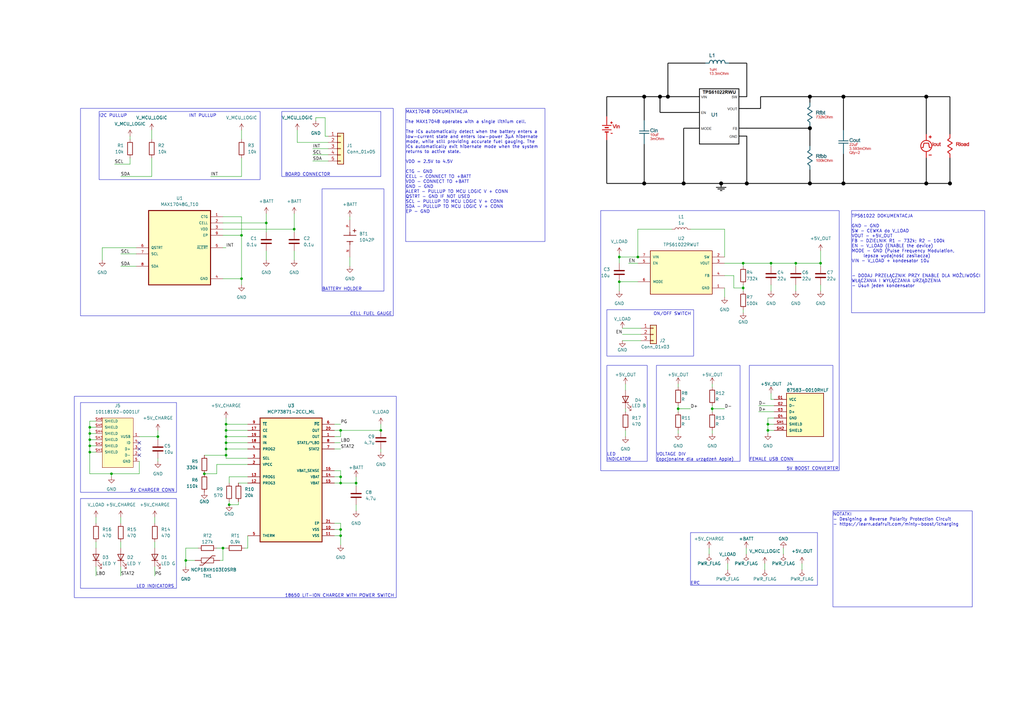
<source format=kicad_sch>
(kicad_sch (version 20230121) (generator eeschema)
  (paper "A3")
  (title_block (title "Zasilacz dla urządzeń mobilnych") (date "19.04.2025") (company "Szymon Gogulski"))
  (lib_symbols
    (symbol "10118192-0001LF:10118192-0001LF" (pin_names (offset 1.016))
      (property "Reference" "J" (at -5.0862 10.681 0))
      (property "Value" "10118192-0001LF" (at -5.0882 -12.7205 0))
      (symbol "10118192-0001LF_0_0"
        (pin passive line (at -6.35 -2.54 0) (length 2.54) (name "VUSB") (number "1"))
        (pin passive line (at -6.35 5.08 0) (length 2.54) (name "D-") (number "2"))
        (pin passive line (at -6.35 2.54 0) (length 2.54) (name "D+") (number "3"))
        (pin passive line (at -6.35 0 0) (length 2.54) (name "ID") (number "4"))
        (pin passive line (at -6.35 7.62 0) (length 2.54) (name "GND") (number "5"))
        (pin passive line (at 11.43 3.81 180) (length 2.54) (name "SHIELD") (number "SH1"))
        (pin passive line (at 11.43 1.27 180) (length 2.54) (name "SHIELD") (number "SH2"))
        (pin passive line (at 11.43 -1.27 180) (length 2.54) (name "SHIELD") (number "SH3"))
        (pin passive line (at 11.43 -3.81 180) (length 2.54) (name "SHIELD") (number "SH4"))
        (pin passive line (at 11.43 -6.35 180) (length 2.54) (name "SHIELD") (number "SH5"))
        (pin passive line (at 11.43 -8.89 180) (length 2.54) (name "SHIELD") (number "SH6"))
      )
    )
    (symbol "1042P:1042P" (pin_names (offset 1.016))
      (property "Reference" "BT" (at -3.81 3.81 0))
      (property "Value" "1042P" (at -3.81 -5.08 0))
      (symbol "1042P_0_0"
        (pin passive line (at 7.62 0 180) (length 5.08) (name "~") (number "N"))
        (pin passive line (at -7.62 0 0) (length 5.08) (name "~") (number "P"))
      )
    )
    (symbol "87583-0010RHLF:87583-0010RHLF" (pin_names (offset 1.016))
      (property "Reference" "J" (at -7.62 8.382 0))
      (property "Value" "87583-0010RHLF" (at -8.89 -12.7 0))
      (symbol "87583-0010RHLF_0_0"
        (pin power_in line (at -12.7 5.08 0) (length 5.08) (name "VCC") (number "01"))
        (pin bidirectional line (at -12.7 2.54 0) (length 5.08) (name "D-") (number "02"))
        (pin bidirectional line (at -12.7 0 0) (length 5.08) (name "D+") (number "03"))
        (pin power_in line (at -12.7 -2.54 0) (length 5.08) (name "GND") (number "04"))
        (pin passive line (at -12.7 -5.08 0) (length 5.08) (name "SHIELD") (number "SH1"))
        (pin passive line (at -12.7 -7.62 0) (length 5.08) (name "SHIELD") (number "SH2"))
      )
    )
    (symbol "Connector_Generic:Conn_01x03" (pin_names (offset 1.016) hide)
      (property "Reference" "J" (at 0 5.08 0))
      (property "Value" "Conn_01x03" (at 0 -5.08 0))
      (symbol "Conn_01x03_1_1"
        (pin passive line (at -5.08 2.54 0) (length 3.81) (name "Pin_1") (number "1"))
        (pin passive line (at -5.08 0 0) (length 3.81) (name "Pin_2") (number "2"))
        (pin passive line (at -5.08 -2.54 0) (length 3.81) (name "Pin_3") (number "3"))
      )
    )
    (symbol "Connector_Generic:Conn_01x05" (pin_names (offset 1.016) hide)
      (property "Reference" "J" (at 0 7.62 0))
      (property "Value" "Conn_01x05" (at 0 -7.62 0))
      (symbol "Conn_01x05_1_1"
        (pin passive line (at -5.08 5.08 0) (length 3.81) (name "Pin_1") (number "1"))
        (pin passive line (at -5.08 2.54 0) (length 3.81) (name "Pin_2") (number "2"))
        (pin passive line (at -5.08 0 0) (length 3.81) (name "Pin_3") (number "3"))
        (pin passive line (at -5.08 -2.54 0) (length 3.81) (name "Pin_4") (number "4"))
        (pin passive line (at -5.08 -5.08 0) (length 3.81) (name "Pin_5") (number "5"))
      )
    )
    (symbol "Device:C" (pin_numbers hide) (pin_names (offset 0.254))
      (property "Reference" "C" (at 0.635 2.54 0))
      (property "Value" "C" (at 0.635 -2.54 0))
      (symbol "C_1_1"
        (pin passive line (at 0 3.81 270) (length 2.794) (name "~") (number "1"))
        (pin passive line (at 0 -3.81 90) (length 2.794) (name "~") (number "2"))
      )
    )
    (symbol "Device:L" (pin_numbers hide) (pin_names (offset 1.016) hide)
      (property "Reference" "L" (at -1.27 0 90))
      (property "Value" "L" (at 1.905 0 90))
      (symbol "L_1_1"
        (pin passive line (at 0 3.81 270) (length 1.27) (name "1") (number "1"))
        (pin passive line (at 0 -3.81 90) (length 1.27) (name "2") (number "2"))
      )
    )
    (symbol "Device:LED" (pin_numbers hide) (pin_names (offset 1.016) hide)
      (property "Reference" "D" (at 0 2.54 0))
      (property "Value" "LED" (at 0 -2.54 0))
      (symbol "LED_1_1"
        (pin passive line (at -3.81 0 0) (length 2.54) (name "K") (number "1"))
        (pin passive line (at 3.81 0 180) (length 2.54) (name "A") (number "2"))
      )
    )
    (symbol "Device:R" (pin_numbers hide) (pin_names (offset 0))
      (property "Reference" "R" (at 2.032 0 90))
      (property "Value" "R" (at 0 0 90))
      (symbol "R_1_1"
        (pin passive line (at 0 3.81 270) (length 1.27) (name "~") (number "1"))
        (pin passive line (at 0 -3.81 90) (length 1.27) (name "~") (number "2"))
      )
    )
    (symbol "Device:Thermistor" (pin_numbers hide) (pin_names (offset 0))
      (property "Reference" "TH" (at 2.54 1.27 90))
      (property "Value" "Thermistor" (at -2.54 0 90))
      (symbol "Thermistor_1_1"
        (pin passive line (at 0 5.08 270) (length 2.54) (name "~") (number "1"))
        (pin passive line (at 0 -5.08 90) (length 2.54) (name "~") (number "2"))
      )
    )
    (symbol "MAX17048G+T10:MAX17048G_T10" (pin_names (offset 1.016))
      (property "Reference" "U" (at -12.7 16.24 0))
      (property "Value" "MAX17048G_T10" (at -12.7 -19.24 0))
      (symbol "MAX17048G_T10_0_0"
        (pin power_in line (at 17.78 12.7 180) (length 5.08) (name "CTG") (number "1"))
        (pin power_in line (at 17.78 10.16 180) (length 5.08) (name "CELL") (number "2"))
        (pin power_in line (at 17.78 7.62 180) (length 5.08) (name "VDD") (number "3"))
        (pin power_in line (at 17.78 -12.7 180) (length 5.08) (name "GND") (number "4"))
        (pin output line (at 17.78 0 180) (length 5.08) (name "~{ALERT}") (number "5"))
        (pin input line (at -17.78 0 0) (length 5.08) (name "QSTRT") (number "6"))
        (pin input line (at -17.78 -2.54 0) (length 5.08) (name "SCL") (number "7"))
        (pin bidirectional line (at -17.78 -7.62 0) (length 5.08) (name "SDA") (number "8"))
        (pin power_in line (at 17.78 5.08 180) (length 5.08) (name "EP") (number "9"))
      )
    )
    (symbol "MCP73871-2CCI/ML:MCP73871-2CCI_ML" (pin_names (offset 1.016))
      (property "Reference" "U" (at -12.7 26.4 0))
      (property "Value" "MCP73871-2CCI_ML" (at -12.7 -29.4 0))
      (symbol "MCP73871-2CCI_ML_0_0"
        (pin power_in line (at 17.78 -20.32 180) (length 5.08) (name "VSS") (number "10"))
        (pin power_in line (at 17.78 -22.86 180) (length 5.08) (name "VSS") (number "11"))
        (pin bidirectional line (at -17.78 -1.27 0) (length 5.08) (name "PROG3") (number "12"))
        (pin bidirectional line (at -17.78 1.27 0) (length 5.08) (name "PROG1") (number "13"))
        (pin bidirectional line (at 17.78 1.27 180) (length 5.08) (name "VBAT") (number "14"))
        (pin bidirectional line (at 17.78 -1.27 180) (length 5.08) (name "VBAT") (number "15"))
        (pin bidirectional line (at 17.78 3.81 180) (length 5.08) (name "VBAT_SENSE") (number "16"))
        (pin input line (at -17.78 20.32 0) (length 5.08) (name "CE") (number "17"))
        (pin input line (at -17.78 15.24 0) (length 5.08) (name "IN") (number "18"))
        (pin input line (at -17.78 17.78 0) (length 5.08) (name "IN") (number "19"))
        (pin input line (at -17.78 6.35 0) (length 5.08) (name "VPCC") (number "2"))
        (pin bidirectional line (at 17.78 -17.78 180) (length 5.08) (name "EP") (number "21"))
        (pin input line (at -17.78 8.89 0) (length 5.08) (name "SEL") (number "3"))
        (pin input line (at -17.78 12.7 0) (length 5.08) (name "PROG2") (number "4"))
        (pin bidirectional line (at -17.78 -22.86 0) (length 5.08) (name "THERM") (number "5"))
        (pin output line (at 17.78 22.86 180) (length 5.08) (name "~{PG}") (number "6"))
        (pin output line (at 17.78 12.7 180) (length 5.08) (name "STAT2") (number "7"))
        (pin output line (at 17.78 15.24 180) (length 5.08) (name "STAT1/*LBO") (number "8"))
        (pin input line (at -17.78 22.86 0) (length 5.08) (name "~{TE}") (number "9"))
      )
      (symbol "MCP73871-2CCI_ML_1_0"
        (pin passive line (at 17.78 17.78 180) (length 5.08) (name "OUT") (number "1"))
        (pin passive line (at 17.78 20.32 180) (length 5.08) (name "OUT") (number "20"))
      )
    )
    (symbol "TPS61022RWUT:TPS61022RWUT" (pin_names (offset 1.016))
      (property "Reference" "U" (at -12.446 10.922 0))
      (property "Value" "TPS61022RWUT" (at -12.7 -10.16 0))
      (symbol "TPS61022RWUT_0_0"
        (pin power_in line (at 17.78 -5.08 180) (length 5.08) (name "GND") (number "1"))
        (pin power_in line (at 17.78 5.08 180) (length 5.08) (name "VOUT") (number "3"))
        (pin input line (at 17.78 0 180) (length 5.08) (name "FB") (number "4"))
        (pin input line (at -17.78 5.08 0) (length 5.08) (name "EN") (number "5"))
        (pin input line (at -17.78 -2.54 0) (length 5.08) (name "MODE") (number "6"))
        (pin input line (at -17.78 7.62 0) (length 5.08) (name "VIN") (number "7"))
      )
      (symbol "TPS61022RWUT_1_0"
        (pin passive line (at 17.78 7.62 180) (length 5.08) (name "SW") (number "2"))
      )
    )
    (symbol "power:+BATT" (power) (pin_names (offset 0))
      (property "Value" "+BATT" (at 0 3.556 0))
      (symbol "+BATT_1_1"
        (pin power_in line (at 0 0 90) (length 0) hide (name "+BATT") (number "1"))
      )
    )
    (symbol "power:GND" (power) (pin_names (offset 0))
      (property "Value" "GND" (at 0 -3.81 0))
      (symbol "GND_1_1"
        (pin power_in line (at 0 0 270) (length 0) hide (name "GND") (number "1"))
      )
    )
    (symbol "power:PWR_FLAG" (power) (pin_numbers hide) (pin_names (offset 0) hide)
      (property "Value" "PWR_FLAG" (at 0 3.81 0))
      (symbol "PWR_FLAG_0_0"
        (pin power_out line (at 0 0 90) (length 0) (name "pwr") (number "1"))
      )
    )
    (symbol "pwr_symbols:+5V_CHARGE" (power) (in_bom no) (on_board no)
      (property "Value" "+5V_CHARGE" (at 0 0 0))
      (symbol "+5V_CHARGE_1_1"
        (pin power_in line (at 0 0 90) (length 0) hide (name "+5V_CHARGE") (number "1"))
      )
    )
    (symbol "pwr_symbols:+5V_OUT" (power) (in_bom no) (on_board no)
      (property "Value" "+5V_OUT" (at 0 0 0))
      (symbol "+5V_OUT_1_1"
        (pin power_in line (at 0 0 90) (length 0) hide (name "+5V_OUT") (number "1"))
      )
    )
    (symbol "pwr_symbols:V_LOAD" (power) (in_bom no) (on_board no)
      (property "Value" "V_LOAD" (at 0 0 0))
      (symbol "V_LOAD_1_1"
        (pin power_in line (at 0 0 90) (length 0) hide (name "V_LOAD") (number "1"))
      )
    )
    (symbol "pwr_symbols:V_MCU_LOGIC" (power) (in_bom no) (on_board no)
      (property "Value" "V_MCU_LOGIC" (at 0 0 0))
      (symbol "V_MCU_LOGIC_1_1"
        (pin power_in line (at 0 0 90) (length 0) hide (name "V_MCU_LOGIC") (number "1"))
      )
    )
  )
  (junction (at 92.71 179.07))
  (junction (at 36.83 182.88))
  (junction (at 45.72 194.31))
  (junction (at 139.7 219.71))
  (junction (at 261.62 105.41))
  (junction (at 278.13 167.64))
  (junction (at 109.22 91.44))
  (junction (at 304.8 107.95))
  (junction (at 92.71 186.69))
  (junction (at 120.65 93.98))
  (junction (at 36.83 180.34))
  (junction (at 92.71 173.99))
  (junction (at 336.55 107.95))
  (junction (at 139.7 176.53))
  (junction (at 76.2 229.87))
  (junction (at 92.71 181.61))
  (junction (at 91.44 224.79))
  (junction (at 64.77 179.07))
  (junction (at 139.7 195.58))
  (junction (at 99.06 96.52))
  (junction (at 254 105.41))
  (junction (at 139.7 198.12))
  (junction (at 314.96 176.53))
  (junction (at 93.98 207.01))
  (junction (at 36.83 185.42))
  (junction (at 36.83 175.26))
  (junction (at 139.7 217.17))
  (junction (at 326.39 107.95))
  (junction (at 156.21 176.53))
  (junction (at 83.82 194.31))
  (junction (at 92.71 176.53))
  (junction (at 146.05 198.12))
  (junction (at 92.71 184.15))
  (junction (at 254 115.57))
  (junction (at 316.23 107.95))
  (junction (at 314.96 173.99))
  (junction (at 99.06 114.3))
  (junction (at 36.83 177.8))
  (junction (at 304.8 118.11))
  (junction (at 292.1 167.64))
  (no_connect (at 57.15 186.69))
  (no_connect (at 57.15 184.15))
  (no_connect (at 57.15 181.61))
  (wire (pts (xy 137.16 214.63) (xy 139.7 214.63)))
  (wire (pts (xy 255.27 137.16) (xy 262.89 137.16)))
  (wire (pts (xy 326.39 107.95) (xy 316.23 107.95)))
  (wire (pts (xy 62.23 53.34) (xy 62.23 57.15)))
  (wire (pts (xy 97.79 198.12) (xy 101.6 198.12)))
  (wire (pts (xy 88.9 194.31) (xy 88.9 190.5)))
  (wire (pts (xy 255.27 134.62) (xy 262.89 134.62)))
  (wire (pts (xy 128.27 63.5) (xy 134.62 63.5)))
  (wire (pts (xy 41.91 106.68) (xy 41.91 101.6)))
  (wire (pts (xy 99.06 96.52) (xy 99.06 114.3)))
  (wire (pts (xy 137.16 198.12) (xy 139.7 198.12)))
  (wire (pts (xy 64.77 179.07) (xy 64.77 180.34)))
  (wire (pts (xy 92.71 181.61) (xy 92.71 184.15)))
  (wire (pts (xy 326.39 109.22) (xy 326.39 107.95)))
  (wire (pts (xy 57.15 179.07) (xy 64.77 179.07)))
  (wire (pts (xy 133.35 48.26) (xy 129.54 48.26)))
  (wire (pts (xy 91.44 88.9) (xy 99.06 88.9)))
  (wire (pts (xy 91.44 96.52) (xy 99.06 96.52)))
  (wire (pts (xy 36.83 172.72) (xy 39.37 172.72)))
  (wire (pts (xy 278.13 167.64) (xy 278.13 168.91)))
  (wire (pts (xy 304.8 127) (xy 304.8 128.27)))
  (wire (pts (xy 120.65 102.87) (xy 120.65 106.68)))
  (wire (pts (xy 278.13 157.48) (xy 278.13 158.75)))
  (wire (pts (xy 39.37 232.41) (xy 39.37 236.22)))
  (wire (pts (xy 83.82 186.69) (xy 92.71 186.69)))
  (wire (pts (xy 255.27 139.7) (xy 262.89 139.7)))
  (wire (pts (xy 92.71 184.15) (xy 92.71 186.69)))
  (wire (pts (xy 63.5 212.09) (xy 63.5 214.63)))
  (wire (pts (xy 97.79 205.74) (xy 97.79 207.01)))
  (wire (pts (xy 36.83 182.88) (xy 39.37 182.88)))
  (wire (pts (xy 57.15 194.31) (xy 45.72 194.31)))
  (wire (pts (xy 137.16 181.61) (xy 139.7 181.61)))
  (wire (pts (xy 134.62 55.88) (xy 133.35 55.88)))
  (wire (pts (xy 336.55 116.84) (xy 336.55 119.38)))
  (wire (pts (xy 93.98 205.74) (xy 93.98 207.01)))
  (wire (pts (xy 109.22 91.44) (xy 109.22 95.25)))
  (wire (pts (xy 292.1 167.64) (xy 292.1 168.91)))
  (wire (pts (xy 297.18 118.11) (xy 297.18 121.92)))
  (wire (pts (xy 156.21 173.99) (xy 156.21 176.53)))
  (wire (pts (xy 36.83 177.8) (xy 36.83 175.26)))
  (wire (pts (xy 139.7 219.71) (xy 139.7 223.52)))
  (wire (pts (xy 139.7 195.58) (xy 139.7 198.12)))
  (wire (pts (xy 139.7 176.53) (xy 156.21 176.53)))
  (wire (pts (xy 53.34 67.31) (xy 53.34 64.77)))
  (wire (pts (xy 46.99 67.31) (xy 53.34 67.31)))
  (wire (pts (xy 101.6 224.79) (xy 101.6 219.71)))
  (wire (pts (xy 92.71 181.61) (xy 92.71 179.07)))
  (wire (pts (xy 36.83 175.26) (xy 36.83 172.72)))
  (wire (pts (xy 91.44 93.98) (xy 120.65 93.98)))
  (wire (pts (xy 328.93 231.14) (xy 328.93 233.68)))
  (wire (pts (xy 63.5 222.25) (xy 63.5 224.79)))
  (wire (pts (xy 36.83 194.31) (xy 36.83 185.42)))
  (wire (pts (xy 76.2 229.87) (xy 80.01 229.87)))
  (wire (pts (xy 297.18 107.95) (xy 304.8 107.95)))
  (wire (pts (xy 92.71 173.99) (xy 101.6 173.99)))
  (wire (pts (xy 64.77 187.96) (xy 64.77 189.23)))
  (wire (pts (xy 278.13 176.53) (xy 278.13 177.8)))
  (wire (pts (xy 128.27 60.96) (xy 134.62 60.96)))
  (wire (pts (xy 317.5 173.99) (xy 314.96 173.99)))
  (wire (pts (xy 146.05 207.01) (xy 146.05 209.55)))
  (wire (pts (xy 317.5 171.45) (xy 314.96 171.45)))
  (wire (pts (xy 64.77 176.53) (xy 64.77 179.07)))
  (wire (pts (xy 45.72 194.31) (xy 36.83 194.31)))
  (wire (pts (xy 137.16 173.99) (xy 139.7 173.99)))
  (wire (pts (xy 316.23 116.84) (xy 316.23 119.38)))
  (wire (pts (xy 36.83 177.8) (xy 39.37 177.8)))
  (wire (pts (xy 101.6 179.07) (xy 92.71 179.07)))
  (wire (pts (xy 257.81 107.95) (xy 261.62 107.95)))
  (wire (pts (xy 36.83 185.42) (xy 39.37 185.42)))
  (wire (pts (xy 62.23 72.39) (xy 62.23 64.77)))
  (wire (pts (xy 316.23 161.29) (xy 316.23 163.83)))
  (wire (pts (xy 314.96 171.45) (xy 314.96 173.99)))
  (wire (pts (xy 292.1 167.64) (xy 297.18 167.64)))
  (wire (pts (xy 137.16 195.58) (xy 139.7 195.58)))
  (wire (pts (xy 91.44 101.6) (xy 92.71 101.6)))
  (wire (pts (xy 133.35 55.88) (xy 133.35 48.26)))
  (wire (pts (xy 99.06 72.39) (xy 99.06 64.77)))
  (wire (pts (xy 313.69 231.14) (xy 313.69 233.68)))
  (wire (pts (xy 91.44 224.79) (xy 91.44 229.87)))
  (wire (pts (xy 254 105.41) (xy 261.62 105.41)))
  (wire (pts (xy 100.33 224.79) (xy 101.6 224.79)))
  (wire (pts (xy 36.83 182.88) (xy 36.83 180.34)))
  (wire (pts (xy 278.13 167.64) (xy 283.21 167.64)))
  (wire (pts (xy 49.53 104.14) (xy 55.88 104.14)))
  (wire (pts (xy 254 104.14) (xy 254 105.41)))
  (wire (pts (xy 254 115.57) (xy 261.62 115.57)))
  (wire (pts (xy 92.71 176.53) (xy 92.71 173.99)))
  (wire (pts (xy 304.8 116.84) (xy 304.8 118.11)))
  (wire (pts (xy 156.21 184.15) (xy 156.21 185.42)))
  (wire (pts (xy 139.7 219.71) (xy 137.16 219.71)))
  (wire (pts (xy 139.7 214.63) (xy 139.7 217.17)))
  (wire (pts (xy 99.06 53.34) (xy 99.06 57.15)))
  (wire (pts (xy 91.44 229.87) (xy 90.17 229.87)))
  (wire (pts (xy 314.96 173.99) (xy 314.96 176.53)))
  (wire (pts (xy 304.8 107.95) (xy 304.8 109.22)))
  (wire (pts (xy 36.83 185.42) (xy 36.83 182.88)))
  (wire (pts (xy 63.5 232.41) (xy 63.5 236.22)))
  (wire (pts (xy 254 105.41) (xy 254 107.95)))
  (wire (pts (xy 39.37 222.25) (xy 39.37 224.79)))
  (wire (pts (xy 336.55 107.95) (xy 336.55 109.22)))
  (wire (pts (xy 97.79 207.01) (xy 93.98 207.01)))
  (wire (pts (xy 36.83 175.26) (xy 39.37 175.26)))
  (wire (pts (xy 88.9 190.5) (xy 101.6 190.5)))
  (wire (pts (xy 53.34 55.88) (xy 53.34 57.15)))
  (wire (pts (xy 49.53 222.25) (xy 49.53 224.79)))
  (wire (pts (xy 316.23 107.95) (xy 316.23 109.22)))
  (wire (pts (xy 101.6 195.58) (xy 93.98 195.58)))
  (wire (pts (xy 57.15 189.23) (xy 57.15 194.31)))
  (wire (pts (xy 121.92 53.34) (xy 121.92 58.42)))
  (wire (pts (xy 314.96 176.53) (xy 317.5 176.53)))
  (wire (pts (xy 275.59 93.98) (xy 261.62 93.98)))
  (wire (pts (xy 45.72 195.58) (xy 45.72 194.31)))
  (wire (pts (xy 92.71 176.53) (xy 101.6 176.53)))
  (wire (pts (xy 314.96 177.8) (xy 314.96 176.53)))
  (wire (pts (xy 321.31 224.79) (xy 321.31 227.33)))
  (wire (pts (xy 311.15 166.37) (xy 317.5 166.37)))
  (wire (pts (xy 88.9 224.79) (xy 91.44 224.79)))
  (wire (pts (xy 120.65 93.98) (xy 120.65 95.25)))
  (wire (pts (xy 326.39 107.95) (xy 336.55 107.95)))
  (wire (pts (xy 99.06 114.3) (xy 99.06 116.84)))
  (wire (pts (xy 41.91 101.6) (xy 55.88 101.6)))
  (wire (pts (xy 86.36 72.39) (xy 99.06 72.39)))
  (wire (pts (xy 143.51 105.41) (xy 143.51 109.22)))
  (wire (pts (xy 336.55 102.87) (xy 336.55 107.95)))
  (wire (pts (xy 36.83 180.34) (xy 39.37 180.34)))
  (wire (pts (xy 99.06 88.9) (xy 99.06 96.52)))
  (wire (pts (xy 256.54 157.48) (xy 256.54 160.02)))
  (wire (pts (xy 139.7 176.53) (xy 137.16 176.53)))
  (wire (pts (xy 120.65 87.63) (xy 120.65 93.98)))
  (wire (pts (xy 256.54 176.53) (xy 256.54 179.07)))
  (wire (pts (xy 39.37 212.09) (xy 39.37 214.63)))
  (wire (pts (xy 137.16 217.17) (xy 139.7 217.17)))
  (wire (pts (xy 306.07 224.79) (xy 306.07 227.33)))
  (wire (pts (xy 292.1 157.48) (xy 292.1 158.75)))
  (wire (pts (xy 297.18 105.41) (xy 297.18 93.98)))
  (wire (pts (xy 297.18 93.98) (xy 283.21 93.98)))
  (wire (pts (xy 311.15 168.91) (xy 317.5 168.91)))
  (wire (pts (xy 326.39 116.84) (xy 326.39 119.38)))
  (wire (pts (xy 316.23 163.83) (xy 317.5 163.83)))
  (wire (pts (xy 278.13 166.37) (xy 278.13 167.64)))
  (wire (pts (xy 256.54 167.64) (xy 256.54 168.91)))
  (wire (pts (xy 300.99 118.11) (xy 304.8 118.11)))
  (wire (pts (xy 292.1 166.37) (xy 292.1 167.64)))
  (wire (pts (xy 91.44 91.44) (xy 109.22 91.44)))
  (wire (pts (xy 49.53 109.22) (xy 55.88 109.22)))
  (wire (pts (xy 139.7 195.58) (xy 139.7 193.04)))
  (wire (pts (xy 298.45 231.14) (xy 298.45 233.68)))
  (wire (pts (xy 49.53 212.09) (xy 49.53 214.63)))
  (wire (pts (xy 76.2 224.79) (xy 76.2 229.87)))
  (wire (pts (xy 261.62 93.98) (xy 261.62 105.41)))
  (wire (pts (xy 121.92 58.42) (xy 134.62 58.42)))
  (wire (pts (xy 292.1 176.53) (xy 292.1 177.8)))
  (wire (pts (xy 109.22 102.87) (xy 109.22 106.68)))
  (wire (pts (xy 139.7 179.07) (xy 139.7 176.53)))
  (wire (pts (xy 143.51 88.9) (xy 143.51 90.17)))
  (wire (pts (xy 300.99 113.03) (xy 297.18 113.03)))
  (wire (pts (xy 81.28 224.79) (xy 76.2 224.79)))
  (wire (pts (xy 146.05 199.39) (xy 146.05 198.12)))
  (wire (pts (xy 93.98 195.58) (xy 93.98 198.12)))
  (wire (pts (xy 139.7 198.12) (xy 146.05 198.12)))
  (wire (pts (xy 91.44 114.3) (xy 99.06 114.3)))
  (wire (pts (xy 137.16 179.07) (xy 139.7 179.07)))
  (wire (pts (xy 290.83 224.79) (xy 290.83 227.33)))
  (wire (pts (xy 304.8 118.11) (xy 304.8 119.38)))
  (wire (pts (xy 254 115.57) (xy 254 119.38)))
  (wire (pts (xy 91.44 224.79) (xy 92.71 224.79)))
  (wire (pts (xy 137.16 193.04) (xy 139.7 193.04)))
  (wire (pts (xy 137.16 184.15) (xy 139.7 184.15)))
  (wire (pts (xy 129.54 49.53) (xy 129.54 48.26)))
  (wire (pts (xy 92.71 184.15) (xy 101.6 184.15)))
  (wire (pts (xy 101.6 187.96) (xy 92.71 187.96)))
  (wire (pts (xy 92.71 173.99) (xy 92.71 171.45)))
  (wire (pts (xy 128.27 66.04) (xy 134.62 66.04)))
  (wire (pts (xy 92.71 187.96) (xy 92.71 186.69)))
  (wire (pts (xy 109.22 91.44) (xy 109.22 87.63)))
  (wire (pts (xy 92.71 179.07) (xy 92.71 176.53)))
  (wire (pts (xy 101.6 181.61) (xy 92.71 181.61)))
  (wire (pts (xy 146.05 195.58) (xy 146.05 198.12)))
  (wire (pts (xy 88.9 194.31) (xy 83.82 194.31)))
  (wire (pts (xy 139.7 217.17) (xy 139.7 219.71)))
  (wire (pts (xy 304.8 107.95) (xy 316.23 107.95)))
  (wire (pts (xy 49.53 232.41) (xy 49.53 236.22)))
  (wire (pts (xy 300.99 113.03) (xy 300.99 118.11)))
  (wire (pts (xy 49.53 72.39) (xy 62.23 72.39)))
  (wire (pts (xy 36.83 180.34) (xy 36.83 177.8)))
  (wire (pts (xy 76.2 229.87) (xy 76.2 232.41)))
  (rectangle (start 40.64 45.72) (end 106.68 73.66))
  (rectangle (start 71.12 201.93) (end 71.12 201.93))
  (rectangle (start 269.24 149.86) (end 303.53 189.23))
  (rectangle (start 283.21 218.44) (end 335.28 240.03))
  (rectangle (start 248.92 149.86) (end 265.43 189.23))
  (rectangle (start 248.92 127) (end 284.48 146.05))
  (rectangle (start 341.63 209.55) (end 398.78 248.92))
  (rectangle (start 166.37 44.45) (end 223.52 99.06))
  (rectangle (start 246.38 86.36) (end 344.17 193.04))
  (rectangle (start 33.02 44.45) (end 161.29 129.54))
  (rectangle (start 30.48 162.56) (end 162.56 245.11))
  (rectangle (start 33.02 204.47) (end 72.39 241.3))
  (rectangle (start 132.08 77.47) (end 157.48 119.38))
  (rectangle (start 349.25 86.36) (end 403.86 128.27))
  (rectangle (start 307.34 149.86) (end 341.63 189.23))
  (rectangle (start 115.57 45.72) (end 156.21 72.39))
  (rectangle (start 33.02 165.1) (end 72.39 201.93))
  (image (at 321.31 50.8) (scale 1.13253))
  (text "BOARD CONNECTOR\n" (at 116.84 72.39 0) (effects (font (size 1.27 1.27)) (justify left bottom)))
  (text "I2C PULLUP\n" (at 40.64 48.26 0) (effects (font (size 1.27 1.27)) (justify left bottom)))
  (text "ERC" (at 283.21 240.03 0) (effects (font (size 1.27 1.27)) (justify left bottom)))
  (text "\n" (at 166.37 53.34 0) (effects (font (size 1.27 1.27)) (justify left bottom)))
  (text "BATTERY HOLDER" (at 132.08 119.38 0) (effects (font (size 1.27 1.27)) (justify left bottom)))
  (text "5V BOOST CONVERTER" (at 322.58 193.04 0) (effects (font (size 1.27 1.27)) (justify left bottom)))
  (text "TPS61022 DOKUMENTACJA\n\nGND - GND\nSW - CEWKA do V_LOAD\nVOUT - +5V_OUT\nFB - DZIELNIK R1 - 732k; R2 - 100k \nEN - V_LOAD (ENABLE the device)\nMODE - GND (Pulse Frequency Modulation, \n	lepsza wydajność zasilacza)\nVIN - V_LOAD + kondesator 10u\n\n\n- DODAJ PRZEŁĄCZNIK PRZY ENABLE DLA MOŻLIWOŚCI \nWŁĄCZANIA I WYŁĄCZANIA URZĄDZENIA\n- Usuń jeden kondensator" (at 349.25 118.11 0) (effects (font (size 1.27 1.27)) (justify left bottom)))
  (text "5V CHARGER CONN" (at 53.34 201.93 0) (effects (font (size 1.27 1.27)) (justify left bottom)))
  (text "18650 LIT-ION CHARGER WITH POWER SWITCH" (at 116.84 245.11 0) (effects (font (size 1.27 1.27)) (justify left bottom)))
  (text "LED INDICATORS" (at 55.88 241.3 0) (effects (font (size 1.27 1.27)) (justify left bottom)))
  (text "MAX17048 DOKUMENTACJA\n\nThe MAX17048 operates with a single lithium cell.\n\nThe ICs automatically detect when the battery enters a\nlow-current state and enters low-power 3μA hibernate\nmode, while still providing accurate fuel gauging. The\nICs automatically exit hibernate mode when the system\nreturns to active state.\n\nVDD = 2.5V to 4.5V\n\nCTG - GND\nCELL - CONNECT TO +BATT\nVDD - CONNECT TO +BATT\nGND - GND \nALERT - PULLUP TO MCU LOGIC V + CONN\nQSTRT - GND IF NOT USED\nSCL - PULLUP TO MCU LOGIC V + CONN\nSDA - PULLUP TO MCU LOGIC V + CONN\nEP - GND" (at 166.37 87.63 0) (effects (font (size 1.27 1.27)) (justify left bottom)))
  (text "INT PULLUP\n" (at 77.47 48.26 0) (effects (font (size 1.27 1.27)) (justify left bottom)))
  (text "VOLTAGE DIV \n(opcjonalne dla urządzeń Apple)" (at 269.24 189.23 0) (effects (font (size 1.27 1.27)) (justify left bottom)))
  (text "FEMALE USB CONN" (at 307.34 189.23 0) (effects (font (size 1.27 1.27)) (justify left bottom)))
  (text "ON/OFF SWITCH" (at 267.97 129.54 0) (effects (font (size 1.27 1.27)) (justify left bottom)))
  (text "CELL FUEL GAUGE" (at 143.51 129.54 0) (effects (font (size 1.27 1.27)) (justify left bottom)))
  (text "LED\nINDICATOR" (at 248.92 189.23 0) (effects (font (size 1.27 1.27)) (justify left bottom)))
  (text "NOTATKI\n- Designing a Reverse Polarity Protection Circuit\n- https://learn.adafruit.com/minty-boost/icharging\n" (at 341.63 215.9 0) (effects (font (size 1.27 1.27)) (justify left bottom)))
  (label "EN" (at 255.27 137.16 180))
  (label "D-" (at 311.15 166.37 0))
  (label "LBO" (at 39.37 236.22 0))
  (label "INT" (at 92.71 101.6 0))
  (label "D-" (at 297.18 167.64 0))
  (label "D+" (at 311.15 168.91 0))
  (label "SDA" (at 49.53 109.22 0))
  (label "D+" (at 283.21 167.64 0))
  (label "STAT2" (at 49.53 236.22 0))
  (label "PG" (at 63.5 236.22 0))
  (label "SCL" (at 46.99 67.31 0))
  (label "SDA" (at 49.53 72.39 0))
  (label "SCL" (at 128.27 63.5 0))
  (label "INT" (at 128.27 60.96 0))
  (label "STAT2" (at 139.7 184.15 0))
  (label "EN" (at 257.81 107.95 0))
  (label "SCL" (at 49.53 104.14 0))
  (label "INT" (at 86.36 72.39 0))
  (label "PG" (at 139.7 173.99 0))
  (label "LBO" (at 139.7 181.61 0))
  (label "SDA" (at 128.27 66.04 0))
  (symbol (lib_id "power:GND") (at 321.31 224.79 180) (unit 1)
    (property "Reference" "#PWR038" (effects hide))
    (property "Value" "GND" (at 321.31 220.98 0))
  )
  (symbol (lib_id "MCP73871-2CCI/ML:MCP73871-2CCI_ML") (at 119.38 196.85 0) (unit 1)
    (property "Reference" "U3" (at 119.38 166.37 0))
    (property "Value" "MCP73871-2CCI_ML" (at 119.38 168.91 0))
    (property "Footprint" "MCP73871-2CCI_ML:QFN50P400X400X100-21N" (effects hide))
    (property "MF" "Microchip" (effects hide))
    (property "Description" "\n                        \n                            Microchip MCP73871-2CCI/ML, Battery Charge Controller, 1000mA, 20-Pin QFN | Microchip Technology Inc. MCP73871-2CCI/ML\n                        \n" (effects hide))
    (property "Package" "QFN-20 Microchip" (effects hide))
    (property "Price" "None" (effects hide))
    (property "SnapEDA_Link" "https://www.snapeda.com/parts/MCP73871-2CCI/ML/Microchip/view-part/?ref=snap" (effects hide))
    (property "MP" "MCP73871-2CCI/ML" (effects hide))
    (property "Availability" "In Stock" (effects hide))
    (property "Check_prices" "https://www.snapeda.com/parts/MCP73871-2CCI/ML/Microchip/view-part/?ref=eda" (effects hide))
  )
  (symbol (lib_id "power:GND") (at 143.51 109.22 0) (unit 1)
    (property "Reference" "#PWR06" (effects hide))
    (property "Value" "GND" (at 143.51 114.3 0))
  )
  (symbol (lib_id "pwr_symbols:+5V_OUT") (at 292.1 157.48 0) (unit 1) (in_bom no) (on_board no)
    (property "Reference" "#PWR043" (effects hide))
    (property "Value" "+5V_OUT" (at 292.1 153.67 0))
  )
  (symbol (lib_id "pwr_symbols:+5V_OUT") (at 256.54 157.48 0) (unit 1) (in_bom no) (on_board no)
    (property "Reference" "#PWR049" (effects hide))
    (property "Value" "+5V_OUT" (at 256.54 153.67 0))
  )
  (symbol (lib_id "10118192-0001LF:10118192-0001LF") (at 50.8 181.61 180) (unit 1)
    (property "Reference" "J5" (at 48.26 166.37 0))
    (property "Value" "10118192-0001LF" (at 48.26 168.91 0))
    (property "Footprint" "10118192-0001LF:AMPHENOL_10118192-0001LF" (effects hide))
    (property "MF" "FCI Connectors" (effects hide))
    (property "Description" "\n                        \n                            USB - micro B USB 2.0 Receptacle Connector 5 Position Surface Mount, Right Angle\n                        \n" (effects hide))
    (property "Package" "None" (effects hide))
    (property "Price" "None" (effects hide))
    (property "Check_prices" "https://www.snapeda.com/parts/10118192-0001LF/Amphenol/view-part/?ref=eda" (effects hide))
    (property "STANDARD" "Manufacturer Recommendation" (effects hide))
    (property "PARTREV" "B" (effects hide))
    (property "SnapEDA_Link" "https://www.snapeda.com/parts/10118192-0001LF/Amphenol/view-part/?ref=snap" (effects hide))
    (property "MP" "10118192-0001LF" (effects hide))
    (property "Availability" "In Stock" (effects hide))
    (property "MANUFACTURER" "Amphenol" (effects hide))
  )
  (symbol (lib_id "pwr_symbols:V_LOAD") (at 39.37 212.09 0) (unit 1) (in_bom no) (on_board no)
    (property "Reference" "#PWR052" (effects hide))
    (property "Value" "V_LOAD" (at 39.37 207.01 0))
  )
  (symbol (lib_id "Device:R") (at 49.53 218.44 180) (unit 1)
    (property "Reference" "R15" (at 52.07 217.17 0) (effects (justify right)))
    (property "Value" "470" (at 52.07 219.71 0) (effects (justify right)))
    (property "Footprint" "Resistor_SMD:R_0603_1608Metric" (effects hide))
  )
  (symbol (lib_id "power:GND") (at 120.65 106.68 0) (unit 1)
    (property "Reference" "#PWR012" (effects hide))
    (property "Value" "GND" (at 120.65 111.76 0))
  )
  (symbol (lib_id "Device:R") (at 97.79 201.93 0) (unit 1)
    (property "Reference" "R10" (at 100.33 200.66 0) (effects (justify left)))
    (property "Value" "20k" (at 100.33 203.2 0) (effects (justify left)))
    (property "Footprint" "Resistor_SMD:R_0603_1608Metric" (effects hide))
  )
  (symbol (lib_id "power:GND") (at 336.55 119.38 0) (unit 1)
    (property "Reference" "#PWR046" (effects hide))
    (property "Value" "GND" (at 336.55 124.46 0))
  )
  (symbol (lib_id "power:PWR_FLAG") (at 290.83 227.33 180) (unit 1)
    (property "Reference" "#FLG01" (effects hide))
    (property "Value" "PWR_FLAG" (at 290.83 231.14 0))
  )
  (symbol (lib_id "TPS61022RWUT:TPS61022RWUT") (at 279.4 113.03 0) (unit 1)
    (property "Reference" "U2" (at 279.4 97.79 0))
    (property "Value" "TPS61022RWUT" (at 279.4 100.33 0))
    (property "Footprint" "TPS61022RWUT:CONV_TPS61022RWUT" (effects hide))
    (property "MF" "Texas Instruments" (effects hide))
    (property "MAXIMUM_PACKAGE_HEIGHT" "1.00mm" (effects hide))
    (property "Package" "VQFN-HR-7 Texas Instruments" (effects hide))
    (property "Price" "None" (effects hide))
    (property "Check_prices" "https://www.snapeda.com/parts/TPS61022RWUT/Texas+Instruments/view-part/?ref=eda" (effects hide))
    (property "STANDARD" "Manufacturer Recommendations" (effects hide))
    (property "PARTREV" "January 2020" (effects hide))
    (property "SnapEDA_Link" "https://www.snapeda.com/parts/TPS61022RWUT/Texas+Instruments/view-part/?ref=snap" (effects hide))
    (property "MP" "TPS61022RWUT" (effects hide))
    (property "Description" "\n                        \n                            8-A boost converter with 0.5-V ultra-low input voltage\n                        \n" (effects hide))
    (property "Availability" "In Stock" (effects hide))
    (property "MANUFACTURER" "Texas Instruments" (effects hide))
  )
  (symbol (lib_id "Device:C") (at 156.21 180.34 0) (mirror y) (unit 1)
    (property "Reference" "C9" (at 153.67 179.07 0) (effects (justify left)))
    (property "Value" "4.7u" (at 153.67 181.61 0) (effects (justify left)))
    (property "Footprint" "Capacitor_SMD:C_0603_1608Metric" (effects hide))
  )
  (symbol (lib_id "Device:R") (at 63.5 218.44 180) (unit 1)
    (property "Reference" "R14" (at 66.04 217.17 0) (effects (justify right)))
    (property "Value" "470" (at 66.04 219.71 0) (effects (justify right)))
    (property "Footprint" "Resistor_SMD:R_0603_1608Metric" (effects hide))
  )
  (symbol (lib_id "power:+BATT") (at 146.05 195.58 0) (unit 1)
    (property "Reference" "#PWR027" (effects hide))
    (property "Value" "+BATT" (at 146.05 191.77 0))
  )
  (symbol (lib_id "Device:R") (at 53.34 60.96 0) (mirror y) (unit 1)
    (property "Reference" "R1" (at 50.8 59.69 0) (effects (justify left)))
    (property "Value" "10k" (at 50.8 62.23 0) (effects (justify left)))
    (property "Footprint" "Resistor_SMD:R_0603_1608Metric" (effects hide))
  )
  (symbol (lib_id "pwr_symbols:V_MCU_LOGIC") (at 62.23 53.34 0) (unit 1) (in_bom no) (on_board no)
    (property "Reference" "#PWR013" (effects hide))
    (property "Value" "V_MCU_LOGIC" (at 62.23 48.26 0))
  )
  (symbol (lib_id "87583-0010RHLF:87583-0010RHLF") (at 330.2 168.91 0) (unit 1)
    (property "Reference" "J4" (at 322.58 157.48 0) (effects (justify left)))
    (property "Value" "87583-0010RHLF" (at 322.58 160.02 0) (effects (justify left)))
    (property "Footprint" "87583-0010RHLF:AMPHENOL_87583-0010RHLF" (effects hide))
    (property "MF" "Amphenol" (effects hide))
    (property "MAXIMUM_PACKAGE_HEIGHT" "7.74 mm" (effects hide))
    (property "Package" "None" (effects hide))
    (property "Price" "None" (effects hide))
    (property "Check_prices" "https://www.snapeda.com/parts/87583-0010RHLF/Amphenol/view-part/?ref=eda" (effects hide))
    (property "STANDARD" "Manufacturer Recommendations" (effects hide))
    (property "PARTREV" "AD" (effects hide))
    (property "SnapEDA_Link" "https://www.snapeda.com/parts/87583-0010RHLF/Amphenol/view-part/?ref=snap" (effects hide))
    (property "MP" "87583-0010RHLF" (effects hide))
    (property "Description" "\n                        \n                            USB 2.0, Input Output Connectors, Receptacle, Type A, Standard, Right Angle, Surface Mount, Single Deck, 4 Positions\n                        \n" (effects hide))
    (property "Availability" "In Stock" (effects hide))
    (property "MANUFACTURER" "Amphenol" (effects hide))
  )
  (symbol (lib_id "power:GND") (at 99.06 116.84 0) (unit 1)
    (property "Reference" "#PWR01" (effects hide))
    (property "Value" "GND" (at 99.06 121.92 0))
  )
  (symbol (lib_id "power:GND") (at 254 119.38 0) (unit 1)
    (property "Reference" "#PWR015" (effects hide))
    (property "Value" "GND" (at 254 124.46 0))
  )
  (symbol (lib_id "power:GND") (at 146.05 209.55 0) (unit 1)
    (property "Reference" "#PWR026" (effects hide))
    (property "Value" "GND" (at 146.05 214.63 0))
  )
  (symbol (lib_id "power:GND") (at 129.54 49.53 0) (unit 1)
    (property "Reference" "#PWR09" (effects hide))
    (property "Value" "GND" (at 129.54 54.61 0))
  )
  (symbol (lib_id "pwr_symbols:+5V_OUT") (at 316.23 161.29 0) (unit 1) (in_bom no) (on_board no)
    (property "Reference" "#PWR020" (effects hide))
    (property "Value" "+5V_OUT" (at 316.23 157.48 0))
  )
  (symbol (lib_id "Device:C") (at 64.77 184.15 0) (unit 1)
    (property "Reference" "C5" (at 67.31 182.88 0) (effects (justify left)))
    (property "Value" "10u" (at 67.31 185.42 0) (effects (justify left)))
    (property "Footprint" "Capacitor_SMD:C_0603_1608Metric" (effects hide))
  )
  (symbol (lib_id "power:GND") (at 45.72 195.58 0) (unit 1)
    (property "Reference" "#PWR034" (effects hide))
    (property "Value" "GND" (at 45.72 200.66 0))
  )
  (symbol (lib_id "Connector_Generic:Conn_01x05") (at 139.7 60.96 0) (unit 1)
    (property "Reference" "J1" (at 142.24 59.69 0) (effects (justify left)))
    (property "Value" "Conn_01x05" (at 142.24 62.23 0) (effects (justify left)))
    (property "Footprint" "Connector_PinHeader_2.54mm:PinHeader_1x05_P2.54mm_Vertical" (effects hide))
  )
  (symbol (lib_id "power:PWR_FLAG") (at 328.93 233.68 180) (unit 1)
    (property "Reference" "#FLG06" (effects hide))
    (property "Value" "PWR_FLAG" (at 328.93 237.49 0))
  )
  (symbol (lib_id "Device:R") (at 83.82 198.12 0) (mirror x) (unit 1)
    (property "Reference" "R6" (at 81.28 196.85 0) (effects (justify right)))
    (property "Value" "110k" (at 81.28 199.39 0) (effects (justify right)))
    (property "Footprint" "Resistor_SMD:R_0603_1608Metric" (effects hide))
  )
  (symbol (lib_id "pwr_symbols:+5V_CHARGE") (at 49.53 212.09 0) (unit 1) (in_bom no) (on_board no)
    (property "Reference" "#PWR047" (effects hide))
    (property "Value" "+5V_CHARGE" (at 49.53 207.01 0))
  )
  (symbol (lib_id "Device:R") (at 292.1 172.72 0) (unit 1)
    (property "Reference" "R13" (at 293.37 171.45 0) (effects (justify left)))
    (property "Value" "R" (at 293.37 173.99 0) (effects (justify left)))
    (property "Footprint" "Resistor_SMD:R_0603_1608Metric" (effects hide))
  )
  (symbol (lib_id "power:GND") (at 256.54 179.07 0) (unit 1)
    (property "Reference" "#PWR050" (effects hide))
    (property "Value" "GND" (at 256.54 184.15 0))
  )
  (symbol (lib_id "Device:C") (at 316.23 113.03 0) (unit 1)
    (property "Reference" "C4" (at 318.77 111.76 0) (effects (justify left)))
    (property "Value" "22u" (at 318.77 114.3 0) (effects (justify left)))
    (property "Footprint" "Capacitor_SMD:C_0603_1608Metric" (effects hide))
  )
  (symbol (lib_id "Device:C") (at 326.39 113.03 0) (unit 1)
    (property "Reference" "C6" (at 328.93 111.76 0) (effects (justify left)))
    (property "Value" "22u" (at 328.93 114.3 0) (effects (justify left)))
    (property "Footprint" "Capacitor_SMD:C_0603_1608Metric" (effects hide))
  )
  (symbol (lib_id "power:GND") (at 314.96 177.8 0) (unit 1)
    (property "Reference" "#PWR019" (effects hide))
    (property "Value" "GND" (at 314.96 182.88 0))
  )
  (symbol (lib_id "pwr_symbols:V_MCU_LOGIC") (at 53.34 55.88 0) (unit 1) (in_bom no) (on_board no)
    (property "Reference" "#PWR08" (effects hide))
    (property "Value" "V_MCU_LOGIC" (at 53.34 50.8 0))
  )
  (symbol (lib_id "power:+BATT") (at 109.22 87.63 0) (unit 1)
    (property "Reference" "#PWR010" (effects hide))
    (property "Value" "+BATT" (at 109.22 82.55 0))
  )
  (symbol (lib_id "Device:R") (at 96.52 224.79 270) (unit 1)
    (property "Reference" "RT1" (at 96.52 219.71 90))
    (property "Value" "0.9k" (at 96.52 222.25 90))
    (property "Footprint" "Resistor_SMD:R_0603_1608Metric" (effects hide))
  )
  (symbol (lib_id "power:GND") (at 93.98 207.01 0) (unit 1)
    (property "Reference" "#PWR037" (effects hide))
    (property "Value" "GND" (at 93.98 210.82 0))
  )
  (symbol (lib_id "power:GND") (at 64.77 189.23 0) (unit 1)
    (property "Reference" "#PWR033" (effects hide))
    (property "Value" "GND" (at 64.77 194.31 0))
  )
  (symbol (lib_id "pwr_symbols:+5V_OUT") (at 328.93 231.14 0) (unit 1) (in_bom no) (on_board no)
    (property "Reference" "#PWR039" (effects hide))
    (property "Value" "+5V_OUT" (at 328.93 226.06 0))
  )
  (symbol (lib_id "Device:R") (at 278.13 172.72 0) (unit 1)
    (property "Reference" "R11" (at 279.4 171.45 0) (effects (justify left)))
    (property "Value" "R" (at 279.4 173.99 0) (effects (justify left)))
    (property "Footprint" "Resistor_SMD:R_0603_1608Metric" (effects hide))
  )
  (symbol (lib_id "pwr_symbols:V_MCU_LOGIC") (at 121.92 53.34 0) (unit 1) (in_bom no) (on_board no)
    (property "Reference" "#PWR05" (effects hide))
    (property "Value" "V_MCU_LOGIC" (at 121.92 48.26 0))
  )
  (symbol (lib_id "power:GND") (at 83.82 201.93 0) (unit 1)
    (property "Reference" "#PWR036" (effects hide))
    (property "Value" "GND" (at 83.82 205.74 0))
  )
  (symbol (lib_id "power:GND") (at 292.1 177.8 0) (unit 1)
    (property "Reference" "#PWR044" (effects hide))
    (property "Value" "GND" (at 292.1 182.88 0))
  )
  (symbol (lib_id "Device:LED") (at 39.37 228.6 90) (unit 1)
    (property "Reference" "D3" (at 41.91 228.6 90) (effects (justify right)))
    (property "Value" "LED Y" (at 41.91 231.14 90) (effects (justify right)))
    (property "Footprint" "Diode_SMD:D_0603_1608Metric" (effects hide))
  )
  (symbol (lib_id "Device:R") (at 278.13 162.56 0) (unit 1)
    (property "Reference" "R8" (at 279.4 161.29 0) (effects (justify left)))
    (property "Value" "R" (at 279.4 163.83 0) (effects (justify left)))
    (property "Footprint" "Resistor_SMD:R_0603_1608Metric" (effects hide))
  )
  (symbol (lib_id "power:GND") (at 109.22 106.68 0) (unit 1)
    (property "Reference" "#PWR011" (effects hide))
    (property "Value" "GND" (at 109.22 111.76 0))
  )
  (symbol (lib_id "power:GND") (at 326.39 119.38 0) (unit 1)
    (property "Reference" "#PWR045" (effects hide))
    (property "Value" "GND" (at 326.39 124.46 0))
  )
  (symbol (lib_id "pwr_symbols:V_LOAD") (at 298.45 231.14 0) (unit 1) (in_bom no) (on_board no)
    (property "Reference" "#PWR021" (effects hide))
    (property "Value" "V_LOAD" (at 298.45 227.33 0))
  )
  (symbol (lib_id "Device:R") (at 62.23 60.96 0) (unit 1)
    (property "Reference" "R2" (at 64.77 59.69 0) (effects (justify left)))
    (property "Value" "10k" (at 64.77 62.23 0) (effects (justify left)))
    (property "Footprint" "Resistor_SMD:R_0603_1608Metric" (effects hide))
  )
  (symbol (lib_id "power:GND") (at 139.7 223.52 0) (unit 1)
    (property "Reference" "#PWR030" (effects hide))
    (property "Value" "GND" (at 139.7 228.6 0))
  )
  (symbol (lib_id "1042P:1042P") (at 143.51 97.79 270) (unit 1)
    (property "Reference" "BT1" (at 147.32 95.885 90) (effects (justify left)))
    (property "Value" "1042P" (at 147.32 98.425 90) (effects (justify left)))
    (property "Footprint" "1042P:BAT_1042P" (effects hide))
    (property "MF" "Keystone Electronics" (effects hide))
    (property "MAXIMUM_PACKAGE_HEIGHT" "15.11mm" (effects hide))
    (property "Package" "None" (effects hide))
    (property "Price" "None" (effects hide))
    (property "Check_prices" "https://www.snapeda.com/parts/1042P/Keystone/view-part/?ref=eda" (effects hide))
    (property "STANDARD" "Manufacturer Recommendations" (effects hide))
    (property "PARTREV" "E" (effects hide))
    (property "SnapEDA_Link" "https://www.snapeda.com/parts/1042P/Keystone/view-part/?ref=snap" (effects hide))
    (property "MP" "1042P" (effects hide))
    (property "Description" "\n                        \n                            SMT Polarized Battery Holder for 18650 Battery | Keystone Electronics 1042P\n                        \n" (effects hide))
    (property "SNAPEDA_PN" "1042" (effects hide))
    (property "Availability" "In Stock" (effects hide))
    (property "MANUFACTURER" "Keystone" (effects hide))
  )
  (symbol (lib_id "Device:C") (at 336.55 113.03 0) (unit 1)
    (property "Reference" "C7" (at 339.09 111.76 0) (effects (justify left)))
    (property "Value" "22u" (at 339.09 114.3 0) (effects (justify left)))
    (property "Footprint" "Capacitor_SMD:C_0603_1608Metric" (effects hide))
  )
  (symbol (lib_id "Device:R") (at 83.82 190.5 0) (unit 1)
    (property "Reference" "R5" (at 81.28 189.23 0) (effects (justify right)))
    (property "Value" "330k" (at 81.28 191.77 0) (effects (justify right)))
    (property "Footprint" "Resistor_SMD:R_0603_1608Metric" (effects hide))
  )
  (symbol (lib_id "power:GND") (at 255.27 139.7 0) (unit 1)
    (property "Reference" "#PWR051" (effects hide))
    (property "Value" "GND" (at 255.27 143.51 0))
  )
  (symbol (lib_id "Device:R") (at 39.37 218.44 180) (unit 1)
    (property "Reference" "R16" (at 41.91 217.17 0) (effects (justify right)))
    (property "Value" "470" (at 41.91 219.71 0) (effects (justify right)))
    (property "Footprint" "Resistor_SMD:R_0603_1608Metric" (effects hide))
  )
  (symbol (lib_id "pwr_symbols:+5V_OUT") (at 278.13 157.48 0) (unit 1) (in_bom no) (on_board no)
    (property "Reference" "#PWR041" (effects hide))
    (property "Value" "+5V_OUT" (at 278.13 153.67 0))
  )
  (symbol (lib_id "pwr_symbols:+5V_OUT") (at 336.55 102.87 0) (unit 1) (in_bom no) (on_board no)
    (property "Reference" "#PWR03" (effects hide))
    (property "Value" "+5V_OUT" (at 336.55 97.79 0))
  )
  (symbol (lib_id "Device:R") (at 256.54 172.72 0) (unit 1)
    (property "Reference" "R17" (at 259.08 171.45 0) (effects (justify left)))
    (property "Value" "470" (at 259.08 173.99 0) (effects (justify left)))
    (property "Footprint" "Resistor_SMD:R_0603_1608Metric" (effects hide))
  )
  (symbol (lib_id "Device:C") (at 120.65 99.06 0) (unit 1)
    (property "Reference" "C2" (at 124.46 97.79 0) (effects (justify left)))
    (property "Value" "0.1u" (at 124.46 100.33 0) (effects (justify left)))
    (property "Footprint" "Capacitor_SMD:C_0603_1608Metric" (effects hide))
  )
  (symbol (lib_id "power:GND") (at 76.2 232.41 0) (unit 1)
    (property "Reference" "#PWR031" (effects hide))
    (property "Value" "GND" (at 76.2 237.49 0))
  )
  (symbol (lib_id "Device:R") (at 85.09 224.79 270) (unit 1)
    (property "Reference" "RT2" (at 85.09 219.71 90))
    (property "Value" "127k" (at 85.09 222.25 90))
    (property "Footprint" "Resistor_SMD:R_0603_1608Metric" (effects hide))
  )
  (symbol (lib_id "pwr_symbols:V_LOAD") (at 156.21 173.99 0) (unit 1) (in_bom no) (on_board no)
    (property "Reference" "#PWR028" (effects hide))
    (property "Value" "V_LOAD" (at 156.21 168.91 0))
  )
  (symbol (lib_id "power:PWR_FLAG") (at 298.45 233.68 180) (unit 1)
    (property "Reference" "#FLG02" (effects hide))
    (property "Value" "PWR_FLAG" (at 298.45 237.49 0))
  )
  (symbol (lib_id "power:GND") (at 41.91 106.68 0) (unit 1)
    (property "Reference" "#PWR04" (effects hide))
    (property "Value" "GND" (at 41.91 111.76 0))
  )
  (symbol (lib_id "power:PWR_FLAG") (at 313.69 233.68 180) (unit 1)
    (property "Reference" "#FLG04" (effects hide))
    (property "Value" "PWR_FLAG" (at 313.69 237.49 0))
  )
  (symbol (lib_id "pwr_symbols:+5V_CHARGE") (at 92.71 171.45 0) (unit 1) (in_bom no) (on_board no)
    (property "Reference" "#PWR035" (effects hide))
    (property "Value" "+5V_CHARGE" (at 92.71 166.37 0))
  )
  (symbol (lib_id "pwr_symbols:+5V_CHARGE") (at 290.83 224.79 0) (unit 1) (in_bom no) (on_board no)
    (property "Reference" "#PWR014" (effects hide))
    (property "Value" "+5V_CHARGE" (at 290.83 220.98 0))
  )
  (symbol (lib_id "pwr_symbols:V_LOAD") (at 254 104.14 0) (unit 1) (in_bom no) (on_board no)
    (property "Reference" "#PWR025" (effects hide))
    (property "Value" "V_LOAD" (at 254 99.06 0))
  )
  (symbol (lib_id "Connector_Generic:Conn_01x03") (at 267.97 137.16 0) (unit 1)
    (property "Reference" "J2" (at 270.51 139.7 0) (effects (justify left)))
    (property "Value" "Conn_01x03" (at 262.89 142.24 0) (effects (justify left)))
    (property "Footprint" "Connector_PinHeader_2.54mm:PinHeader_1x03_P2.54mm_Vertical" (effects hide))
  )
  (symbol (lib_id "Device:R") (at 292.1 162.56 0) (unit 1)
    (property "Reference" "R12" (at 293.37 161.29 0) (effects (justify left)))
    (property "Value" "R" (at 293.37 163.83 0) (effects (justify left)))
    (property "Footprint" "Resistor_SMD:R_0603_1608Metric" (effects hide))
  )
  (symbol (lib_id "Device:R") (at 304.8 113.03 0) (unit 1)
    (property "Reference" "R4" (at 306.07 111.76 0) (effects (justify left)))
    (property "Value" "732k" (at 306.07 114.3 0) (effects (justify left)))
    (property "Footprint" "Resistor_SMD:R_0603_1608Metric" (effects hide))
  )
  (symbol (lib_id "power:PWR_FLAG") (at 306.07 227.33 180) (unit 1)
    (property "Reference" "#FLG03" (effects hide))
    (property "Value" "PWR_FLAG" (at 306.07 231.14 0))
  )
  (symbol (lib_id "Device:R") (at 99.06 60.96 0) (unit 1)
    (property "Reference" "R3" (at 101.6 59.69 0) (effects (justify left)))
    (property "Value" "10k" (at 101.6 62.23 0) (effects (justify left)))
    (property "Footprint" "Resistor_SMD:R_0603_1608Metric" (effects hide))
  )
  (symbol (lib_id "power:GND") (at 297.18 121.92 0) (unit 1)
    (property "Reference" "#PWR016" (effects hide))
    (property "Value" "GND" (at 297.18 127 0))
  )
  (symbol (lib_id "Device:L") (at 279.4 93.98 90) (unit 1)
    (property "Reference" "L1" (at 279.4 88.9 90))
    (property "Value" "1u" (at 279.4 91.44 90))
    (property "Footprint" "Inductor_SMD:L_Wuerth_WE-TPC-3816" (effects hide))
  )
  (symbol (lib_id "pwr_symbols:V_LOAD") (at 255.27 134.62 0) (unit 1) (in_bom no) (on_board no)
    (property "Reference" "#PWR048" (effects hide))
    (property "Value" "V_LOAD" (at 255.27 130.81 0))
  )
  (symbol (lib_id "power:PWR_FLAG") (at 321.31 227.33 180) (unit 1)
    (property "Reference" "#FLG05" (effects hide))
    (property "Value" "PWR_FLAG" (at 321.31 231.14 0))
  )
  (symbol (lib_id "power:GND") (at 316.23 119.38 0) (unit 1)
    (property "Reference" "#PWR017" (effects hide))
    (property "Value" "GND" (at 316.23 124.46 0))
  )
  (symbol (lib_id "Device:C") (at 109.22 99.06 0) (mirror y) (unit 1)
    (property "Reference" "C1" (at 105.41 97.79 0) (effects (justify left)))
    (property "Value" "0.1u" (at 105.41 100.33 0) (effects (justify left)))
    (property "Footprint" "Capacitor_SMD:C_0603_1608Metric" (effects hide))
  )
  (symbol (lib_id "power:+BATT") (at 306.07 224.79 0) (unit 1)
    (property "Reference" "#PWR022" (effects hide))
    (property "Value" "+BATT" (at 306.07 220.98 0))
  )
  (symbol (lib_id "pwr_symbols:V_MCU_LOGIC") (at 313.69 231.14 0) (unit 1) (in_bom no) (on_board no)
    (property "Reference" "#PWR023" (effects hide))
    (property "Value" "V_MCU_LOGIC" (at 313.69 226.06 0))
  )
  (symbol (lib_id "pwr_symbols:+5V_CHARGE") (at 64.77 176.53 0) (unit 1) (in_bom no) (on_board no)
    (property "Reference" "#PWR032" (effects hide))
    (property "Value" "+5V_CHARGE" (at 64.77 171.45 0))
  )
  (symbol (lib_id "Device:C") (at 254 111.76 0) (mirror y) (unit 1)
    (property "Reference" "C3" (at 250.19 110.49 0) (effects (justify left)))
    (property "Value" "10u" (at 250.19 113.03 0) (effects (justify left)))
    (property "Footprint" "Capacitor_SMD:C_0603_1608Metric" (effects hide))
  )
  (symbol (lib_id "power:+BATT") (at 143.51 88.9 0) (unit 1)
    (property "Reference" "#PWR07" (effects hide))
    (property "Value" "+BATT" (at 143.51 83.82 0))
  )
  (symbol (lib_id "pwr_symbols:V_MCU_LOGIC") (at 99.06 53.34 0) (unit 1) (in_bom no) (on_board no)
    (property "Reference" "#PWR024" (effects hide))
    (property "Value" "V_MCU_LOGIC" (at 99.06 48.26 0))
  )
  (symbol (lib_id "pwr_symbols:+5V_CHARGE") (at 63.5 212.09 0) (unit 1) (in_bom no) (on_board no)
    (property "Reference" "#PWR040" (effects hide))
    (property "Value" "+5V_CHARGE" (at 63.5 207.01 0))
  )
  (symbol (lib_id "Device:R") (at 93.98 201.93 0) (mirror y) (unit 1)
    (property "Reference" "R9" (at 91.44 200.66 0) (effects (justify left)))
    (property "Value" "570" (at 91.44 203.2 0) (effects (justify left)))
    (property "Footprint" "Resistor_SMD:R_0603_1608Metric" (effects hide))
  )
  (symbol (lib_id "MAX17048G+T10:MAX17048G_T10") (at 73.66 101.6 0) (unit 1)
    (property "Reference" "U1" (at 73.66 81.28 0))
    (property "Value" "MAX17048G_T10" (at 73.66 83.82 0))
    (property "Footprint" "MAX17048G_T10:SON50P200X200X80-9N" (effects hide))
    (property "DigiKey_Part_Number" "MAX17048G+T10TR-ND" (effects hide))
    (property "SnapEDA_Link" "https://www.snapeda.com/parts/MAX17048G+T10/Maxim+Integrated/view-part/?ref=snap" (effects hide))
    (property "Description" "\n                        \n                            Battery Battery Monitor IC Lithium Ion 8-TDFN-EP (2x2)\n                        \n" (effects hide))
    (property "MF" "Maxim Integrated Products" (effects hide))
    (property "Package" "None" (effects hide))
    (property "Check_prices" "https://www.snapeda.com/parts/MAX17048G+T10/Maxim+Integrated/view-part/?ref=eda" (effects hide))
    (property "MP" "MAX17048G+T10" (effects hide))
  )
  (symbol (lib_id "Device:Thermistor") (at 85.09 229.87 90) (unit 1)
    (property "Reference" "TH1" (at 85.09 236.22 90))
    (property "Value" "NCP18XH103E0SRB" (at 87.63 233.68 90))
    (property "Footprint" "Resistor_SMD:R_0603_1608Metric" (effects hide))
  )
  (symbol (lib_id "Device:C") (at 146.05 203.2 0) (unit 1)
    (property "Reference" "C8" (at 149.86 201.93 0) (effects (justify left)))
    (property "Value" "4.7u" (at 149.86 204.47 0) (effects (justify left)))
    (property "Footprint" "Capacitor_SMD:C_0603_1608Metric" (effects hide))
  )
  (symbol (lib_id "power:GND") (at 304.8 128.27 0) (unit 1)
    (property "Reference" "#PWR018" (effects hide))
    (property "Value" "GND" (at 304.8 132.08 0))
  )
  (symbol (lib_id "power:GND") (at 278.13 177.8 0) (unit 1)
    (property "Reference" "#PWR042" (effects hide))
    (property "Value" "GND" (at 278.13 182.88 0))
  )
  (symbol (lib_id "Device:LED") (at 49.53 228.6 90) (unit 1)
    (property "Reference" "D2" (at 52.07 228.6 90) (effects (justify right)))
    (property "Value" "LED Y" (at 52.07 231.14 90) (effects (justify right)))
    (property "Footprint" "Diode_SMD:D_0603_1608Metric" (effects hide))
  )
  (symbol (lib_id "Device:R") (at 304.8 123.19 0) (unit 1)
    (property "Reference" "R7" (at 306.07 121.92 0) (effects (justify left)))
    (property "Value" "100k" (at 306.07 124.46 0) (effects (justify left)))
    (property "Footprint" "Resistor_SMD:R_0603_1608Metric" (effects hide))
  )
  (symbol (lib_id "power:GND") (at 156.21 185.42 0) (unit 1)
    (property "Reference" "#PWR029" (effects hide))
    (property "Value" "GND" (at 156.21 190.5 0))
  )
  (symbol (lib_id "power:+BATT") (at 120.65 87.63 0) (unit 1)
    (property "Reference" "#PWR02" (effects hide))
    (property "Value" "+BATT" (at 120.65 82.55 0))
  )
  (symbol (lib_id "Device:LED") (at 256.54 163.83 90) (unit 1)
    (property "Reference" "D4" (at 260.35 164.1475 90) (effects (justify right)))
    (property "Value" "LED B" (at 259.08 166.37 90) (effects (justify right)))
    (property "Footprint" "Diode_SMD:D_0603_1608Metric" (effects hide))
  )
  (symbol (lib_id "Device:LED") (at 63.5 228.6 90) (unit 1)
    (property "Reference" "D1" (at 66.04 228.6 90) (effects (justify right)))
    (property "Value" "LED G" (at 66.04 231.14 90) (effects (justify right)))
    (property "Footprint" "Diode_SMD:D_0603_1608Metric" (effects hide))
  )
)
</source>
